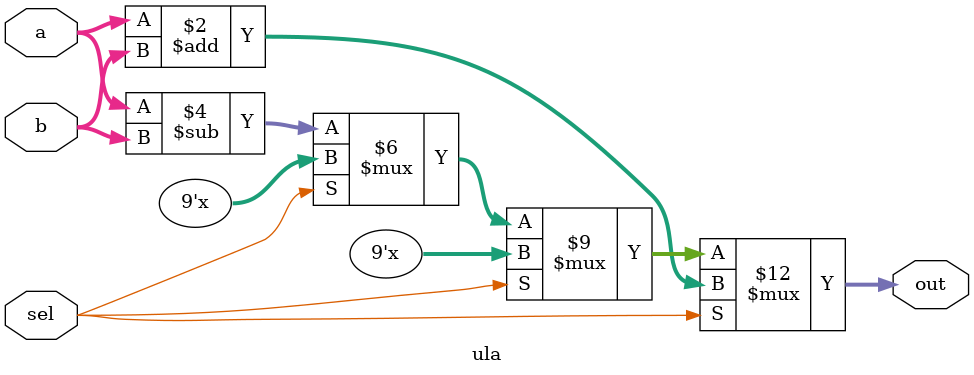
<source format=sv>
module proc(Clock, DIN, Run, Resetn, Bus, Done);
	input logic Clock, Run, Resetn;
	input logic [8:0] DIN;
	output logic Done;
	output logic [8:0] Bus;
	
	//logic [8:0] R [10:0]; Ra = 8 Rg = 9 iR = 10 
	/* Os R sao registradores e os regn tambem sao outros registradores, estamos criando dois conjuntos diferentes de registradores
		Henrique explicou que precisariamos escolher entre um e outro, aconselhou usar o regn devido a logica do modulo, caso
		a gente fosse usar o R teriamos que fazer as instruçoes do modulo regn dentro da maquina de estados.
	*/
	
	logic [8:0] RA, RG, IR, R0, R1, R2, R3, R4, R5, R6, R7;
	logic [10:0] Rin; //Rain = 8 //Rgin = 9 //iRin = 10 
	logic [9:0] Rout;
	logic [2:0] I = reg_IR[8:6];
	logic [2:0] mv = 3'b000, mvi = 3'b001, add = 3'b010, sub = 3'b011;
	logic selULA;
	
	regn reg_0 (Bus, Rin[0], Clock, R0);//R[0]);
	regn reg_1 (Bus, Rin[1], Clock, R1);//R[1]);
	regn reg_2 (Bus, Rin[2], Clock, R2);//R[2]);
	regn reg_3 (Bus, Rin[3], Clock, R3);//R[3]);
	regn reg_4 (Bus, Rin[4], Clock, R4);//R[4]);
	regn reg_5 (Bus, Rin[5], Clock, R5);//R[5]);
	regn reg_6 (Bus, Rin[6], Clock, R6);//R[6]);
	regn reg_7 (Bus, Rin[7], Clock, R7);//R[7]);
	regn reg_A (Bus, Rin[8], Clock, RA);//R[8]);
	regn reg_G (Bus, Rin[9], Clock, RG);//R[9]);
	regn reg_IR (DIN,Rin[10], Clock, IR);//R[10]);
	
	ula AddSub (reg_A, Bus, reg_G, selULA);
	
	dec3to8 decX (reg_IR[5:3], 1'b1, Rin[7:0]);
	dec3to8 decY (reg_IR[2:0], 1'b1, Rout[7:0]);
	
	enum logic [1:0] {T0, T1, T2, T3} state;
	
	
	
	always_ff @(posedge Clock) begin
		if (Resetn && Run) begin 
			unique case (state)
				T0: begin
					Rin[10] <= 1'b1;
					state <= T1;
					Done <= 1'b0;
				end
				
				T1: begin
					unique case(I)
						I == mv: begin
							Bus <= IR[2:0];
							Done <= 1'b1;
						end
						
						I == mvi: begin
							Bus <= IR[2:0];
							Done <= 1'b1;
						end
						
						I == add: begin
							Rin[8] <= 1'b1;
							Bus <= IR[5:3];
							Done <= 1'b0;
						end
						
						I == sub: begin
							Rin[8] <= 1'b1;
							Bus <= IR[5:3];
							Done <= 1'b0;
						end
						default: state <= T0;
					endcase
					
					if (Done) state <= T0;
					else state <= T2;
				end
				T2: begin
					unique case (I)
						I == add: begin
							Rin[9] <= 1'b1;
							Bus <= IR[2:0];
							selULA <= 1'b1;
							Done <= 1'b0;
						end
						
						I == sub: begin
							Rin[9] <= 1'b1;
							Bus <= IR[2:0];
							selULA <= 1'b1;
							Done <= 1'b0;
						end
						default: state <= T0;
					endcase
					//state <= T3;
				end
				
				T3: begin
					unique case(I)
						I == add: begin
						   Rin[9] <= 1'b0;
							Bus <= RG;
							Done <= 1'b1;
						end
						
						I == sub: begin
							Rin[9] <= 1'b0;
							Bus <= RG;
							Done <= 1'b1;
						end
						default: state <= T0;
					endcase
					//state <= T0;
				end
				default: state <= T0;
			endcase	
		end
	end
	
endmodule

module regn(R, Rin, Clock, Q);
	 parameter n = 9;
	 input logic [n-1:0] R;
	 input logic Rin, Clock;
	 output logic [n-1:0] Q;
	 
	 always @(posedge Clock)
	 if (Rin) Q <= R;
endmodule

module dec3to8(W, En, Y);
 input logic [2:0] W;
 input logic En;
 output logic [0:7] Y;

 always @(W or En) begin
	 if (En == 1)
		 case (W)
			 3'b000: Y = 8'b10000000;
			 3'b001: Y = 8'b01000000;
			 3'b010: Y = 8'b00100000;
			 3'b011: Y = 8'b00010000;
			 3'b100: Y = 8'b00001000;
			 3'b101: Y = 8'b00000100;
			 3'b110: Y = 8'b00000010;
			 3'b111: Y = 8'b00000001;
			 default: ;
		 endcase
	 else
		Y = 8'b00000000;
 end
endmodule

module ula (a, b, out, sel);
	input logic [8:0] a;
	input logic [8:0] b;
	input logic sel;
	output logic [8:0] out;
	
	always @(sel)begin
		if(sel) out = a + b;
		else if(!sel) out = a - b;
	end
endmodule

/*module proc (DIN, Resetn, Clock, Run, Done, BusWires);
	input [8:0] DIN;
	input Resetn, Clock, Run;
	output Done;
	output [8:0] BusWires;
	parameter T0 = 2'b00, T1 = 2'b01, T2 = 2'b10, T3 = 2'b11;
	reg [8:0] RA, RG, IR, R0, R1, R2, R3, R4, R5, R6, R7;
	reg [7:0] Rin, Xreg, Yreg;
	reg Ain, Gin, AddSub, IRin;
	reg [9:0] muxC;
	reg [2:0] I; 
	reg [2:0] Tstep_D, Tstep_Q;
 //. . . declaração de variáveis

 assign I = IR[8:6];
 dec3to8 decX (IR[5:3], 1'b1, Xreg);
 dec3to8 decY (IR[2:0], 1'b1, Yreg);
 

 // Controle de estados do FSM
 always @(Tstep_Q, Run, Done) begin
	 case (Tstep_Q)
	 T0: // Os dados são carregados no IR nesse passo
		if (!Run) Tstep_Q = T0;
		else Tstep_Q = T1;
	 T1: 
		if(!Run) Tstep_Q = T0;
		else Tstep_Q = T2;
	 T2:
		if(!Run) Tstep_Q = T0;
		else Tstep_Q = T3;
	 T3:
		if(!Run) Tstep_Q = T0;
		else Tstep_Q = T1;
	 default: ;
	 endcase
 end


 // Controle das saídas da FSM
 always @(Tstep_Q or I or Xreg or Yreg) begin
 //. . . especifique os valores iniciais
	 case (Tstep_Q)
		 T0: // Armazene DIN no registrador IR no passo 0
		 begin
			IRin = 1'b1;
		 end

		 T1: // Defina os sinais do passo 1
		 case (I)
			3'b000: begin
				Rin = Xreg;
				Done = 1'b1;
			end
			3'b001: begin
				Rin = Xreg;
				Done = 1'b1;
			end
			3'b010: begin
				Ain = 1'b1;
				Ain = 1'b0;
			end
			3'b011: begin
				Ain = 1'b1;
				Ain = 1'b0;
			end
			default: ;
		 endcase
		 T2: // Defina os sinais do passo 2
		 case (I)
			3'b010: begin
				Gin = 1'b1;
			end
			3'b011: begin
				Ain = 1'b1;
				
			end
			default: ;
		 endcase

		 T3: // Defina os sinais do passo 3
		 case (I)
			3'b010: begin
				Rin = Xreg;
				Done = 1'b1;
			end
			3'b011: begin
				Rin = Xreg;
				Done = 1'b1;
			end
			default: ;
		 endcase
		 default: ;
	 endcase
 end


 // Controle os flip-flops do FSM
 always @(posedge Clock)
	 //if (!Resetn)
	 //. . .
	 //else 
	 begin
		 regn reg_0 (BusWires, Rin[0], Clock, R0);
		 regn reg_1 (BusWires, Rin[1], Clock, R1);
		 regn reg_2 (BusWires, Rin[2], Clock, R2);
		 regn reg_3 (BusWires, Rin[3], Clock, R3);
		 regn reg_4 (BusWires, Rin[4], Clock, R4);
		 regn reg_5 (BusWires, Rin[5], Clock, R5);
		 regn reg_6 (BusWires, Rin[6], Clock, R6);
		 regn reg_7 (BusWires, Rin[7], Clock, R7);
		 regn reg_A (BusWires, Ain, Clock, RA);
		 regn reg_G (BusWires, Gin, Clock, RG);
		 regn reg_IR (DIN, IRin, Clock, IR);
		 
		 ula ula_0 (RA, BusWires, RG, AddSub);
		 
		 
	 end
	 //. . . Instancie outros registradores e o somador/subtrator
	// . . . definição do barramento

endmodule

module dec3to8(W, En, Y);
 input [2:0] W;
 input En;
 output [0:7] Y;
 
 reg [0:7] Y;

 always @(W or En) begin
	 if (En == 1)
		 case (W)
			 3'b000: Y = 8'b10000000;
			 3'b001: Y = 8'b01000000;
			 3'b010: Y = 8'b00100000;
			 3'b011: Y = 8'b00010000;
			 3'b100: Y = 8'b00001000;
			 3'b101: Y = 8'b00000100;
			 3'b110: Y = 8'b00000010;
			 3'b111: Y = 8'b00000001;
			 default: ;
		 endcase
	 else
		Y = 8'b00000000;
 end
endmodule

module regn(R, Rin, Clock, Q);
 parameter n = 9;
 input [n-1:0] R;
 input Rin, Clock;
 output [n-1:0] Q;
 reg [n-1:0] Q;
 
 always @(posedge Clock)
 if (Rin) Q <= R;
endmodule

module ula (a, b, out, sel);
	input [8:0] a;
	input [8:0] b;
	input sel;
	output [8:0] out;
	reg [8:0] out;
	
	always @(sel)begin
		if(sel) out = a + b;
		else if(!sel) out = a - b;
	end
endmodule
*/












/*


module proc (DIN, Resetn, Clock, Run, Done, BusWires);
  input [15:0] DIN;
  input Resetn, Clock, Run;
  output reg Done;
  output reg [15:0] BusWires;

  //declare variables
  reg IRin, DINout, Ain, Gout, Gin, AddSub;
  reg [7:0] Rout, Rin;
  wire [7:0] Xreg, Yreg;
  wire [1:9] IR;
  wire [1:3] I;
  reg [9:0] MUXsel;
  wire [15:0] R0, R1, R2, R3, R4, R5, R6, R7, result;
  wire [15:0] A, G;
  wire [1:0] Tstep_Q;

  wire Clear = Done || ~Resetn;
  upcount Tstep (Clear, Clock, Tstep_Q);
  assign I = IR[1:3];
  dec3to8 decX (IR[4:6], 1'b1, Xreg);
  dec3to8 decY (IR[7:9], 1'b1, Yreg);
  
  always @(Tstep_Q or I or Xreg or Yreg)
  begin
    //specify initial values
    IRin = 1'b0;
    Rout[7:0] = 8'b00000000;
    Rin[7:0] = 8'b00000000;
    DINout = 1'b0;
    Ain = 1'b0;
    Gout = 1'b0;
    Gin = 1'b0;
    AddSub = 1'b0;

    Done = 1'b0;

    case (Tstep_Q)
      2'b00: // store DIN in IR in time step 0
      begin
        IRin = 1'b1; // should this be ANDed with Run?
      end
      2'b01: //define signals in time step 1
        case (I)
          3'b000:
          begin
            Rout = Yreg;
            Rin = Xreg;
            Done = 1'b1;
          end
          3'b001:
          begin
            DINout = 1'b1;
            Rin = Xreg;
            Done = 1'b1;
          end
          3'b010:
          begin
            Rout = Xreg;
            Ain = 1'b1;
          end
          3'b011:
          begin
            Rout = Xreg;
            Ain = 1'b1;
          end
			 default: ;
        endcase
      2'b10: //define signals in time step 2
        case (I)
          3'b010:
          begin
            Rout = Yreg;
            Gin = 1'b1;
          end
          3'b011:
          begin
            Rout = Yreg;
            Gin = 1'b1;
            AddSub = 1'b1;
          end
			 default: ;
        endcase
      2'b11: //define signals in time step 3
        case (I)
          3'b010:
          begin
            Gout = 1'b1;
            Rin = Xreg;
            Done = 1'b1;
          end
          3'b011:
          begin
            Gout = 1'b1;
            Rin = Xreg;
            Done = 1'b1;
          end
			 default: ;
        endcase
		default: ;
    endcase
  end

  //instantiate registers and the adder/subtracter unit
  regn reg_0 (BusWires, Rin[0], Clock, R0);
  regn reg_1 (BusWires, Rin[1], Clock, R1);
  regn reg_2 (BusWires, Rin[2], Clock, R2);
  regn reg_3 (BusWires, Rin[3], Clock, R3);
  regn reg_4 (BusWires, Rin[4], Clock, R4);
  regn reg_5 (BusWires, Rin[5], Clock, R5);
  regn reg_6 (BusWires, Rin[6], Clock, R6);
  regn reg_7 (BusWires, Rin[7], Clock, R7);

  regn reg_IR (DIN, IRin, Clock, IR);
  defparam reg_IR.n = 9;
  regn reg_A (BusWires, Ain, Clock, A);
  regn reg_G (result, Gin, Clock, G);

  addsub AS (~AddSub, A, BusWires, result);

  //define the bus
  always @ (MUXsel or Rout or Gout or DINout)
  begin
    MUXsel[9:2] = Rout;
    MUXsel[1] = Gout;
    MUXsel[0] = DINout;
    
    case (MUXsel)
      10'b0000000001: BusWires = DIN;
      10'b0000000010: BusWires = G;
      10'b0000000100: BusWires = R0;
      10'b0000001000: BusWires = R1;
      10'b0000010000: BusWires = R2;
      10'b0000100000: BusWires = R3;
      10'b0001000000: BusWires = R4;
      10'b0010000000: BusWires = R5;
      10'b0100000000: BusWires = R6;
      10'b1000000000: BusWires = R7;
		default: ;
    endcase
  end

endmodule



module addsub (
	add_sub,
	dataa,
	datab,
	result);

	input	  add_sub;
	input	[15:0]  dataa;
	input	[15:0]  datab;
	output	[15:0]  result;

	wire [15:0] sub_wire0;
	wire [15:0] result = sub_wire0[15:0];

	lpm_add_sub	lpm_add_sub_component (
				.dataa (dataa),
				.add_sub (add_sub),
				.datab (datab),
				.result (sub_wire0)
				// synopsys translate_off
				,
				.aclr (),
				.cin (),
				.clken (),
				.clock (),
				.cout (),
				.overflow ()
				// synopsys translate_on
				);
	defparam
		lpm_add_sub_component.lpm_direction = "UNUSED",
		lpm_add_sub_component.lpm_hint = "ONE_INPUT_IS_CONSTANT=NO,CIN_USED=NO",
		lpm_add_sub_component.lpm_representation = "UNSIGNED",
		lpm_add_sub_component.lpm_type = "LPM_ADD_SUB",
		lpm_add_sub_component.lpm_width = 16;


endmodule

module upcount(Clear, Clock, Q);
  input Clear, Clock;
  output [1:0] Q;
  reg [1:0] Q;

  always @(posedge Clock)
    if (Clear)
      Q <= 2'b0;
    else
      Q <= Q + 1'b1;
endmodule




module dec3to8(W, En, Y);
  input [2:0] W;
  input En;
  output [0:7] Y;
  reg [0:7] Y;

  always @(W or En)
  begin
    if (En == 1)
      case (W)
        3'b000: Y = 8'b10000000;
        3'b001: Y = 8'b01000000;
        3'b010: Y = 8'b00100000;
        3'b011: Y = 8'b00010000;
        3'b100: Y = 8'b00001000;
        3'b101: Y = 8'b00000100;
        3'b110: Y = 8'b00000010;
        3'b111: Y = 8'b00000001;
		  default: Y = 8'b00000000;
      endcase
    else
      Y = 8'b00000000;
  end
endmodule




module regn(R, Rin, Clock, Q);
  parameter n = 9;
  input [n-1:0] R;
  input Rin, Clock;
  output [n-1:0] Q;
  reg [n-1:0] Q;

  always @(posedge Clock)
    if (Rin)
      Q <= R;
endmodule
*/
































</source>
